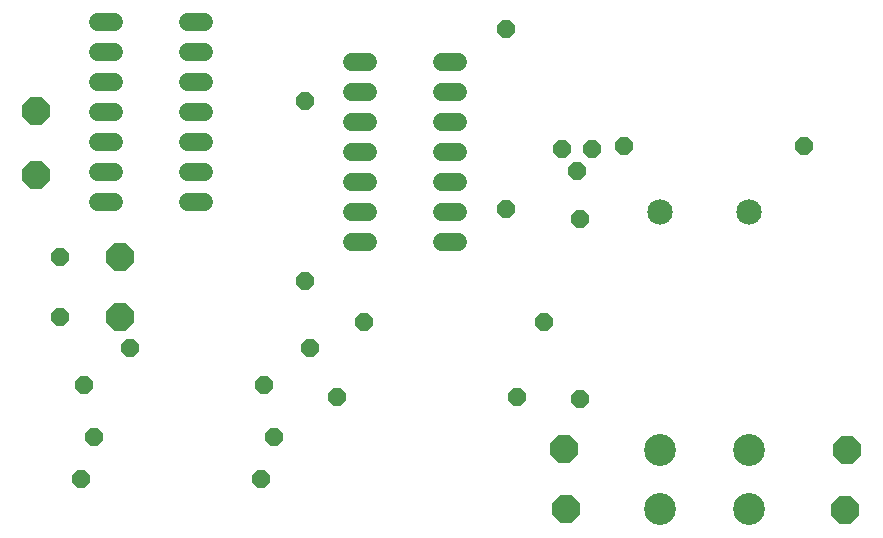
<source format=gts>
G75*
%MOIN*%
%OFA0B0*%
%FSLAX25Y25*%
%IPPOS*%
%LPD*%
%AMOC8*
5,1,8,0,0,1.08239X$1,22.5*
%
%ADD10C,0.06000*%
%ADD11C,0.10643*%
%ADD12C,0.08477*%
%ADD13OC8,0.06000*%
%ADD14OC8,0.09300*%
D10*
X0129600Y0102200D02*
X0134800Y0102200D01*
X0134800Y0112200D02*
X0129600Y0112200D01*
X0129600Y0122200D02*
X0134800Y0122200D01*
X0134800Y0132200D02*
X0129600Y0132200D01*
X0129600Y0142200D02*
X0134800Y0142200D01*
X0134800Y0152200D02*
X0129600Y0152200D01*
X0129600Y0162200D02*
X0134800Y0162200D01*
X0159600Y0162200D02*
X0164800Y0162200D01*
X0164800Y0152200D02*
X0159600Y0152200D01*
X0159600Y0142200D02*
X0164800Y0142200D01*
X0164800Y0132200D02*
X0159600Y0132200D01*
X0159600Y0122200D02*
X0164800Y0122200D01*
X0164800Y0112200D02*
X0159600Y0112200D01*
X0159600Y0102200D02*
X0164800Y0102200D01*
X0080095Y0115775D02*
X0074895Y0115775D01*
X0074895Y0125775D02*
X0080095Y0125775D01*
X0080095Y0135775D02*
X0074895Y0135775D01*
X0074895Y0145775D02*
X0080095Y0145775D01*
X0080095Y0155775D02*
X0074895Y0155775D01*
X0074895Y0165775D02*
X0080095Y0165775D01*
X0080095Y0175775D02*
X0074895Y0175775D01*
X0050095Y0175775D02*
X0044895Y0175775D01*
X0044895Y0165775D02*
X0050095Y0165775D01*
X0050095Y0155775D02*
X0044895Y0155775D01*
X0044895Y0145775D02*
X0050095Y0145775D01*
X0050095Y0135775D02*
X0044895Y0135775D01*
X0044895Y0125775D02*
X0050095Y0125775D01*
X0050095Y0115775D02*
X0044895Y0115775D01*
D11*
X0232178Y0033096D03*
X0261942Y0033096D03*
X0261942Y0013254D03*
X0232178Y0013254D03*
D12*
X0232178Y0112466D03*
X0261942Y0112466D03*
D13*
X0039175Y0023155D03*
X0043375Y0037165D03*
X0040105Y0054520D03*
X0055585Y0066840D03*
X0032200Y0077200D03*
X0032200Y0097200D03*
X0100105Y0054520D03*
X0115585Y0066840D03*
X0133560Y0075655D03*
X0113785Y0089410D03*
X0124410Y0050615D03*
X0103375Y0037165D03*
X0099175Y0023155D03*
X0184410Y0050615D03*
X0205615Y0049990D03*
X0193560Y0075655D03*
X0205615Y0109990D03*
X0204495Y0125810D03*
X0199495Y0133310D03*
X0209495Y0133310D03*
X0220180Y0134210D03*
X0180640Y0113340D03*
X0113785Y0149410D03*
X0180640Y0173340D03*
X0280180Y0134210D03*
D14*
X0294515Y0033125D03*
X0293765Y0012945D03*
X0200860Y0013425D03*
X0200200Y0033200D03*
X0052200Y0077200D03*
X0052200Y0097200D03*
X0024170Y0124730D03*
X0024190Y0146030D03*
M02*

</source>
